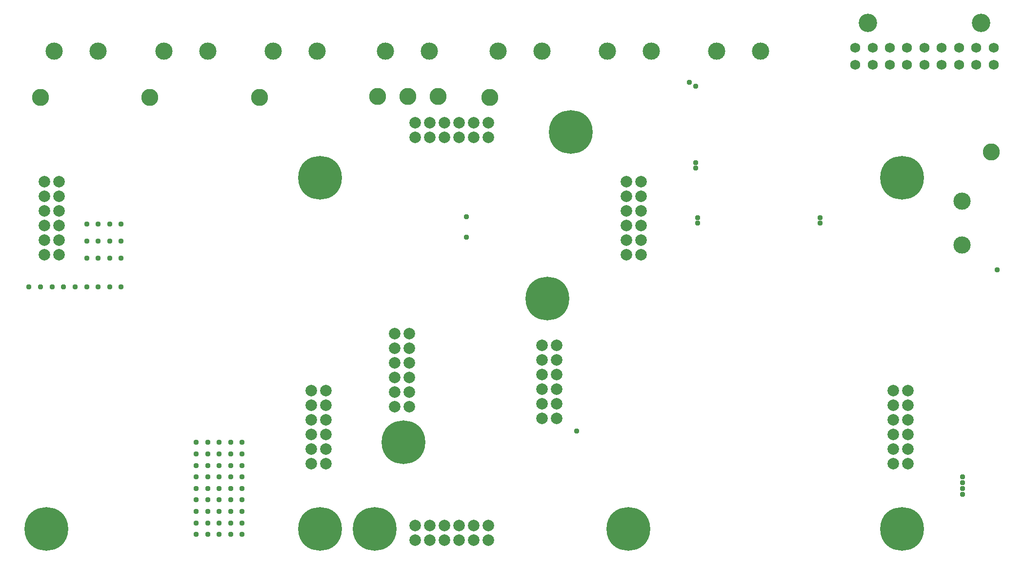
<source format=gbr>
G04 EAGLE Gerber RS-274X export*
G75*
%MOMM*%
%FSLAX34Y34*%
%LPD*%
%INSoldermask Bottom*%
%IPPOS*%
%AMOC8*
5,1,8,0,0,1.08239X$1,22.5*%
G01*
%ADD10C,2.984500*%
%ADD11C,1.733200*%
%ADD12C,3.203200*%
%ADD13C,2.963200*%
%ADD14C,7.603200*%
%ADD15C,2.003200*%
%ADD16C,0.959600*%


D10*
X330000Y880000D03*
X253800Y880000D03*
X910000Y880000D03*
X833800Y880000D03*
X140000Y880000D03*
X63800Y880000D03*
X1100000Y880000D03*
X1023800Y880000D03*
X520000Y880000D03*
X443800Y880000D03*
X1290000Y880000D03*
X1213800Y880000D03*
X1639000Y543000D03*
X1639000Y619200D03*
X715000Y880000D03*
X638800Y880000D03*
D11*
X1454000Y886500D03*
X1454000Y856500D03*
X1484000Y886500D03*
X1484000Y856500D03*
X1514000Y886500D03*
X1514000Y856500D03*
X1544000Y886500D03*
X1544000Y856500D03*
X1574000Y886500D03*
X1574000Y856500D03*
X1604000Y886500D03*
X1604000Y856500D03*
X1634000Y886500D03*
X1634000Y856500D03*
X1664000Y886500D03*
X1664000Y856500D03*
X1694000Y886500D03*
X1694000Y856500D03*
D12*
X1475600Y929500D03*
X1672400Y929500D03*
D13*
X40000Y800000D03*
X230000Y800000D03*
X820000Y800000D03*
X420000Y800000D03*
X625000Y801250D03*
X1690000Y705000D03*
X677500Y801250D03*
X730000Y801250D03*
D14*
X525000Y660000D03*
X525000Y50000D03*
X50000Y50000D03*
D15*
X47000Y653000D03*
X47000Y627600D03*
X47000Y602200D03*
X47000Y576800D03*
X47000Y551400D03*
X47000Y526000D03*
X72400Y653000D03*
X72400Y627600D03*
X72400Y602200D03*
X72400Y576800D03*
X72400Y551400D03*
X72400Y526000D03*
X510000Y290000D03*
X510000Y264600D03*
X510000Y239200D03*
X510000Y213800D03*
X510000Y188400D03*
X510000Y163000D03*
X535400Y290000D03*
X535400Y264600D03*
X535400Y239200D03*
X535400Y213800D03*
X535400Y188400D03*
X535400Y163000D03*
D14*
X1535000Y660000D03*
X1535000Y50000D03*
X1060000Y50000D03*
D15*
X1057000Y653000D03*
X1057000Y627600D03*
X1057000Y602200D03*
X1057000Y576800D03*
X1057000Y551400D03*
X1057000Y526000D03*
X1082400Y653000D03*
X1082400Y627600D03*
X1082400Y602200D03*
X1082400Y576800D03*
X1082400Y551400D03*
X1082400Y526000D03*
X1520000Y290000D03*
X1520000Y264600D03*
X1520000Y239200D03*
X1520000Y213800D03*
X1520000Y188400D03*
X1520000Y163000D03*
X1545400Y290000D03*
X1545400Y264600D03*
X1545400Y239200D03*
X1545400Y213800D03*
X1545400Y188400D03*
X1545400Y163000D03*
X910000Y242000D03*
X935400Y242000D03*
X910000Y267400D03*
X935400Y267400D03*
X910000Y292800D03*
X935400Y292800D03*
X910000Y318200D03*
X935400Y318200D03*
X910000Y343600D03*
X935400Y343600D03*
X910000Y369000D03*
X935400Y369000D03*
X680000Y389000D03*
X654600Y389000D03*
X680000Y363600D03*
X654600Y363600D03*
X680000Y338200D03*
X654600Y338200D03*
X680000Y312800D03*
X654600Y312800D03*
X680000Y287400D03*
X654600Y287400D03*
X680000Y262000D03*
X654600Y262000D03*
D14*
X920000Y450000D03*
X670000Y200000D03*
X620000Y50000D03*
X960000Y740000D03*
D15*
X690000Y30000D03*
X690000Y55400D03*
X715400Y30000D03*
X715400Y55400D03*
X740800Y30000D03*
X740800Y55400D03*
X766200Y30000D03*
X766200Y55400D03*
X791600Y30000D03*
X791600Y55400D03*
X817000Y30000D03*
X817000Y55400D03*
X690000Y730000D03*
X690000Y755400D03*
X715400Y730000D03*
X715400Y755400D03*
X740800Y730000D03*
X740800Y755400D03*
X766200Y730000D03*
X766200Y755400D03*
X791600Y730000D03*
X791600Y755400D03*
X817000Y730000D03*
X817000Y755400D03*
D16*
X1640000Y140000D03*
X1640000Y130000D03*
X1640000Y120000D03*
X1640000Y110000D03*
X970000Y220000D03*
X310000Y200000D03*
X310000Y180000D03*
X330000Y180000D03*
X330000Y200000D03*
X350000Y200000D03*
X350000Y180000D03*
X370000Y180000D03*
X370000Y200000D03*
X390000Y200000D03*
X390000Y180000D03*
X390000Y160000D03*
X370000Y160000D03*
X350000Y160000D03*
X330000Y160000D03*
X310000Y160000D03*
X310000Y140000D03*
X330000Y140000D03*
X350000Y140000D03*
X370000Y140000D03*
X390000Y140000D03*
X310000Y120000D03*
X330000Y120000D03*
X350000Y120000D03*
X370000Y120000D03*
X390000Y120000D03*
X310000Y100000D03*
X330000Y100000D03*
X350000Y100000D03*
X370000Y100000D03*
X390000Y100000D03*
X390000Y80000D03*
X370000Y80000D03*
X350000Y80000D03*
X330000Y80000D03*
X310000Y80000D03*
X310000Y60000D03*
X330000Y60000D03*
X350000Y60000D03*
X370000Y60000D03*
X390000Y60000D03*
X390000Y40000D03*
X370000Y40000D03*
X350000Y40000D03*
X330000Y40000D03*
X310000Y40000D03*
X120000Y520000D03*
X140000Y520000D03*
X160000Y520000D03*
X180000Y520000D03*
X180000Y550000D03*
X160000Y550000D03*
X140000Y550000D03*
X120000Y550000D03*
X120000Y470000D03*
X140000Y470000D03*
X160000Y470000D03*
X180000Y470000D03*
X100000Y470000D03*
X80000Y470000D03*
X60000Y470000D03*
X40000Y470000D03*
X20000Y470000D03*
X120000Y580000D03*
X140000Y580000D03*
X160000Y580000D03*
X180000Y580000D03*
X1700000Y500000D03*
X779000Y592000D03*
X779000Y557000D03*
X1177000Y819000D03*
X1177000Y686088D03*
X1166000Y826000D03*
X1177000Y677000D03*
X1180000Y590544D03*
X1393000Y590544D03*
X1180000Y581456D03*
X1393000Y581456D03*
M02*

</source>
